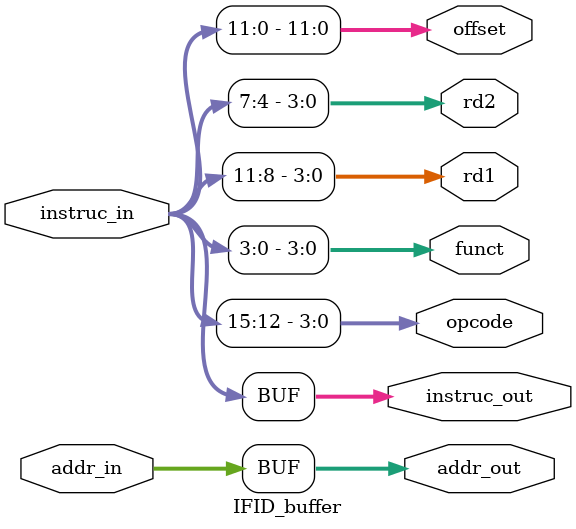
<source format=v>
module IFID_buffer(
input [15:0] instruc_in,
input [7:0] addr_in,
output reg [15:0] instruc_out,
output reg [3:0] opcode, funct, rd1, rd2,
output reg [7:0] addr_out,
output reg [11:0] offset);

always@(*)
	begin
			instruc_out = instruc_in;
			addr_out = addr_in;
			opcode = instruc_in[15:12];
			funct = instruc_in[3:0]; //type A(funct)
			offset = instruc_in[11:0]; // Type B(4bit) Type C(8bit) Type D(12bit)
			rd1 = instruc_in[11:8];
			rd2 = instruc_in[7:4];


	end
endmodule

</source>
